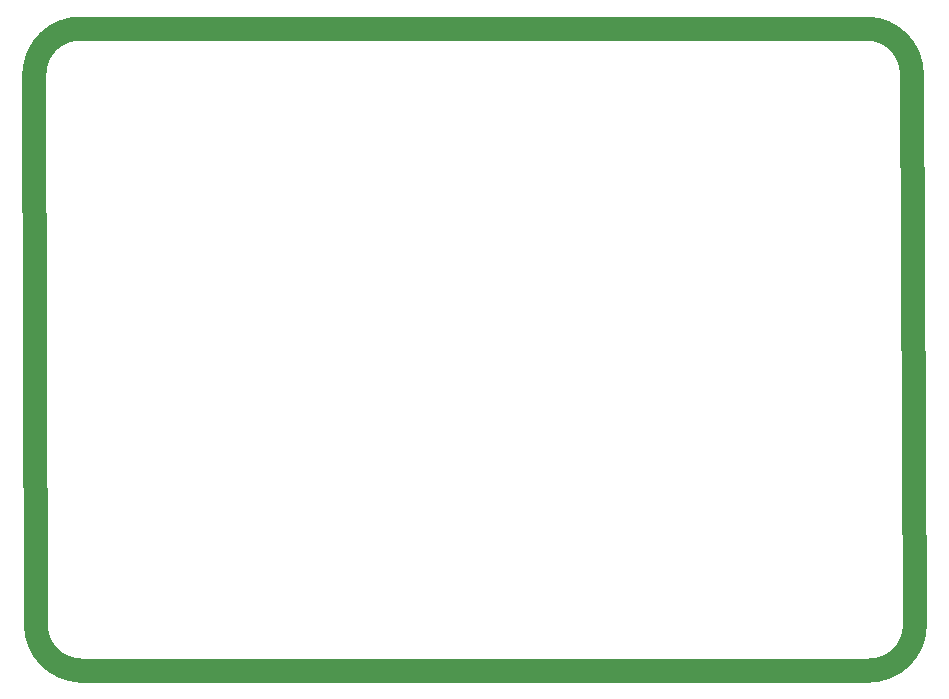
<source format=gko>
G04*
G04 #@! TF.GenerationSoftware,Altium Limited,Altium Designer,24.10.1 (45)*
G04*
G04 Layer_Color=16711935*
%FSLAX25Y25*%
%MOIN*%
G70*
G04*
G04 #@! TF.SameCoordinates,D125F1F0-FD59-41E9-894A-6D37F1295767*
G04*
G04*
G04 #@! TF.FilePolarity,Positive*
G04*
G01*
G75*
%ADD71C,0.07874*%
D71*
X287783Y197247D02*
G03*
X272783Y212747I-15250J250D01*
G01*
X273283Y-1253D02*
G03*
X288783Y13747I250J15250D01*
G01*
X-4217Y14247D02*
G03*
X10783Y-1253I15250J-250D01*
G01*
Y212747D02*
G03*
X-4717Y197747I-250J-15250D01*
G01*
X-4217Y14247D01*
X10783Y-1253D02*
X273283D01*
X287783Y197247D02*
X288783Y13747D01*
X10783Y212747D02*
X272783D01*
M02*

</source>
